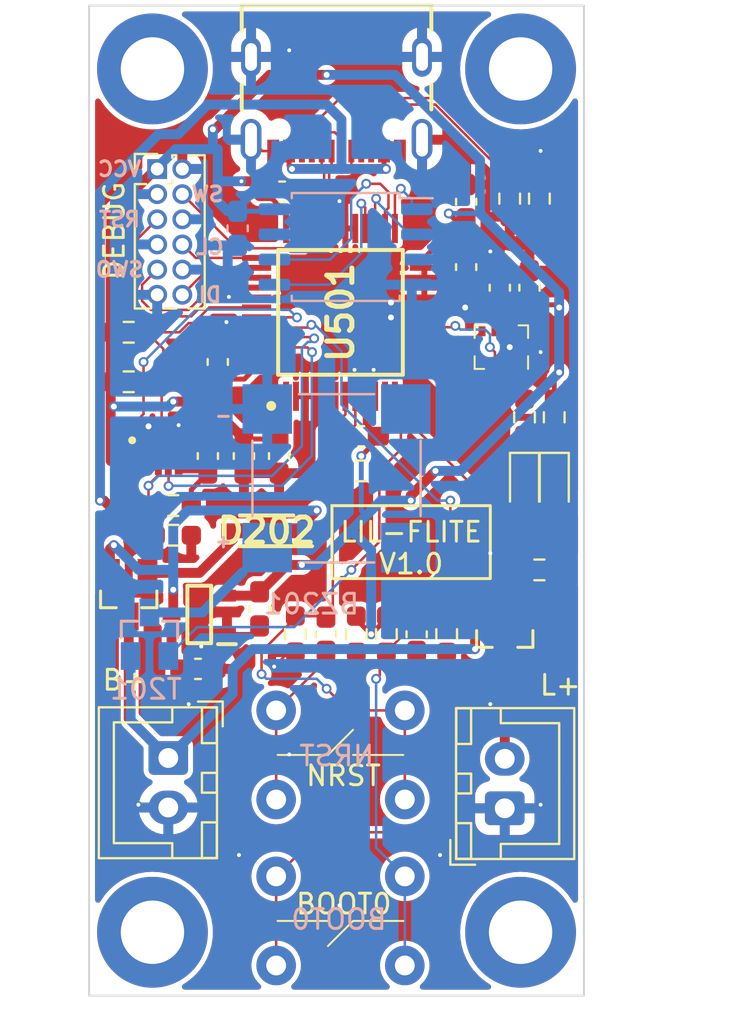
<source format=kicad_pcb>
(kicad_pcb (version 20221018) (generator pcbnew)
  (layers (0 "F.Cu" signal) (1 "In1.Cu" signal) (2 "In2.Cu" signal) (31 "B.Cu" signal) (34 "B.Paste" user) (35 "F.Paste" user) (36 "B.SilkS" user "B.Silkscreen") (37 "F.SilkS" user "F.Silkscreen") (38 "B.Mask" user) (39 "F.Mask" user) (44 "Edge.Cuts" user))
  (net 0 "")
  (net 1 "GND")
  (net 2 "VCC")
  (net 3 "+5V")
  (net 4 "/Connectors + Power/USB.CC1")
  (net 5 "/Connectors + Power/USB.Data_+")
  (net 6 "/Connectors + Power/USB.Data_-")
  (net 8 "/Connectors + Power/USB.CC2")
  (net 10 "+BATT")
  (net 11 "/Connectors + Power/RECOVERY_LED")
  (net 16 "Net-(C406--)")
  (net 17 "Net-(C409-+)")
  (net 18 "/MCU/FLASH.NSS")
  (net 19 "/MCU/FLASH.MISO")
  (net 20 "/MCU/FLASH.MOSI")
  (net 21 "/MCU/FLASH.SCK")
  (net 22 "/MCU/BMP.NSS")
  (net 23 "/MCU/BMP.SCK")
  (net 24 "/MCU/BMP.MISO")
  (net 25 "/MCU/BMP.MOSI")
  (net 26 "/MCU/IMU.SCL")
  (net 27 "/MCU/IMU.SDA")
  (net 28 "/Connectors + Power/JTAG.DOSWO")
  (net 29 "/Connectors + Power/JTAG.DI")
  (net 30 "/Connectors + Power/JTAG.NJTRST")
  (net 31 "/Connectors + Power/JTAG.CLK")
  (net 32 "/Connectors + Power/JTAG.MSSWDIO")
  (net 33 "Net-(BZ201--)")
  (net 35 "/MCU/IMU.INTA")
  (net 36 "/MCU/IMU.INTM")
  (net 37 "/MCU/MCU_BOOT0")
  (net 39 "/MCU/MCU_NRST")
  (net 40 "Net-(D201-K)")
  (net 41 "Net-(D501-K)")
  (net 42 "Net-(C202--)")
  (net 43 "/Connectors + Power/MISC.Buzzer_PWM")
  (net 44 "/Connectors + Power/MISC.RECOVERY_LED_PWM")
  (net 45 "/MCU/MCU_GPLED")
  (footprint "Resistor_SMD:R_0603_1608Metric_Pad0.98x0.95mm_HandSolder" (layer "F.Cu") (at 122.75 59.75 90)
    (fp_text reference "R206" hide)
    (fp_text value "5k1")
  )
  (footprint "Resistor_SMD:R_0603_1608Metric_Pad0.98x0.95mm_HandSolder" (layer "F.Cu") (at 113.75 73.5)
    (fp_text reference "R202" hide)
    (fp_text value "10k")
  )
  (footprint "Connector_PinHeader_1.27mm:PinHeader_2x06_P1.27mm_Vertical" (layer "F.Cu") (at 103.439 58.255)
    (fp_text reference "J204" hide)
    (fp_text value "Conn_02x06_Odd_Even")
  )
  (footprint "Resistor_SMD:R_0603_1608Metric_Pad0.98x0.95mm_HandSolder" (layer "F.Cu") (at 104.25 75.25)
    (fp_text reference "R303" hide)
    (fp_text value "4k7")
  )
  (footprint "Resistor_SMD:R_0603_1608Metric_Pad0.98x0.95mm_HandSolder" (layer "F.Cu") (at 110.41891 81.738795 -90)
    (fp_text reference "R406" hide)
    (fp_text value "10k")
  )
  (footprint "Capacitor_SMD:C_0603_1608Metric_Pad1.08x0.95mm_HandSolder" (layer "F.Cu") (at 106.5 68 -90)
    (fp_text reference "C403" hide)
    (fp_text value "100nF")
  )
  (footprint "Resistor_SMD:R_0603_1608Metric_Pad0.98x0.95mm_HandSolder" (layer "F.Cu") (at 123.5 70.794 90)
    (fp_text reference "R201" hide)
    (fp_text value "330R")
  )
  (footprint "Capacitor_SMD:C_0603_1608Metric_Pad1.08x0.95mm_HandSolder" (layer "F.Cu") (at 107.82 72.752 90)
    (fp_text reference "C408" hide)
    (fp_text value "10uF")
  )
  (footprint "Capacitor_SMD:C_0603_1608Metric_Pad1.08x0.95mm_HandSolder" (layer "F.Cu") (at 122.25 64.25 -90)
    (fp_text reference "C303" hide)
    (fp_text value "100nF")
  )
  (footprint "Capacitor_SMD:C_0603_1608Metric_Pad1.08x0.95mm_HandSolder" (layer "F.Cu") (at 109.598 72.752 90)
    (fp_text reference "C405" hide)
    (fp_text value "100nF")
  )
  (footprint "lil-flite:PTS645SM70-2 LFS" (layer "F.Cu") (at 112.7 87.846)
    (fp_text reference "SW401" hide)
    (fp_text value "PTS645SM70-2 LFS")
  )
  (footprint "Resistor_SMD:R_0603_1608Metric_Pad0.98x0.95mm_HandSolder" (layer "F.Cu") (at 118.065302 81.749256 90)
    (fp_text reference "R402" hide)
    (fp_text value "1k")
  )
  (footprint "Resistor_SMD:R_0603_1608Metric_Pad0.98x0.95mm_HandSolder" (layer "F.Cu") (at 102 69 180)
    (fp_text reference "R301" hide)
    (fp_text value "4k7")
  )
  (footprint "Connector_JST:JST_XH_B2B-XH-A_1x02_P2.50mm_Vertical" (layer "F.Cu") (at 121 90.54 90)
    (fp_text reference "J203" hide)
    (fp_text value "Conn_01x02")
  )
  (footprint "SamacSys_Parts:SOD3716X145N" (layer "F.Cu") (at 108.967 76.526 180)
    (fp_text reference "D202")
    (fp_text value "1N4148W-7-F" hide)
  )
  (footprint "Resistor_SMD:R_0603_1608Metric_Pad0.98x0.95mm_HandSolder" (layer "F.Cu") (at 104.25 76.75)
    (fp_text reference "R204" hide)
    (fp_text value "1k")
  )
  (footprint "MountingHole:MountingHole_3.2mm_M3_DIN965_Pad_TopBottom" (layer "F.Cu") (at 103.2 96.8)
    (fp_text reference "H204" hide)
    (fp_text value "MountingHole")
  )
  (footprint "Connector_JST:JST_XH_B2B-XH-A_1x02_P2.50mm_Vertical" (layer "F.Cu") (at 104 88 -90)
    (fp_text reference "J202" hide)
    (fp_text value "Conn_01x02")
  )
  (footprint "Resistor_SMD:R_0603_1608Metric_Pad0.98x0.95mm_HandSolder" (layer "F.Cu") (at 122 70.794 90)
    (fp_text reference "R407" hide)
    (fp_text value "330R")
  )
  (footprint "Package_LGA:Bosch_LGA-8_2x2.5mm_P0.65mm_ClockwisePinNumbering" (layer "F.Cu") (at 120.828 67.25 180)
    (fp_text reference "U301" hide)
    (fp_text value "BMP280")
  )
  (footprint "Resistor_SMD:R_0603_1608Metric_Pad0.98x0.95mm_HandSolder" (layer "F.Cu") (at 121.25 59.75 90)
    (fp_text reference "R205" hide)
    (fp_text value "5k1")
  )
  (footprint "LED_SMD:LED_0603_1608Metric_Pad1.05x0.95mm_HandSolder" (layer "F.Cu") (at 123.5 74.25 -90)
    (fp_text reference "D201" hide)
    (fp_text value "RED LED")
  )
  (footprint "Capacitor_SMD:C_0603_1608Metric_Pad1.08x0.95mm_HandSolder" (layer "F.Cu") (at 119.05 63.208 90)
    (fp_text reference "C401" hide)
    (fp_text value "100nF")
  )
  (footprint "JLC-Transistors:SOT23-3L" (layer "F.Cu") (at 102 79.75 90)
    (fp_text reference "T202" hide)
    (fp_text value "AO3401A")
  )
  (footprint "Capacitor_SMD:C_0603_1608Metric_Pad1.08x0.95mm_HandSolder" (layer "F.Cu") (at 108.612 80.468 90)
    (fp_text reference "C201" hide)
    (fp_text value "1uF")
  )
  (footprint "Capacitor_SMD:C_0603_1608Metric_Pad1.08x0.95mm_HandSolder" (layer "F.Cu") (at 105.5 83.5 180)
    (fp_text reference "C202" hide)
    (fp_text value "1uF")
  )
  (footprint "Resistor_SMD:R_0603_1608Metric_Pad0.98x0.95mm_HandSolder" (layer "F.Cu") (at 102 66.5 180)
    (fp_text reference "R302" hide)
    (fp_text value "4k7")
  )
  (footprint "Capacitor_SMD:C_0603_1608Metric_Pad1.08x0.95mm_HandSolder" (layer "F.Cu") (at 109.75 59.398 180)
    (fp_text reference "C404" hide)
    (fp_text value "100nF")
  )
  (footprint "Capacitor_SMD:C_0603_1608Metric_Pad1.08x0.95mm_HandSolder" (layer "F.Cu") (at 116.548576 81.749256 90)
    (fp_text reference "C409" hide)
    (fp_text value "100nF")
  )
  (footprint "MountingHole:MountingHole_3.2mm_M3_DIN965_Pad_TopBottom" (layer "F.Cu") (at 121.8 53.2)
    (fp_text reference "H201" hide)
    (fp_text value "MountingHole")
  )
  (footprint "MountingHole:MountingHole_3.2mm_M3_DIN965_Pad_TopBottom" (layer "F.Cu") (at 121.8 96.8)
    (fp_text reference "H203" hide)
    (fp_text value "MountingHole")
  )
  (footprint "Resistor_SMD:R_0603_1608Metric_Pad0.98x0.95mm_HandSolder" (layer "F.Cu") (at 115.017988 81.748424 -90)
    (fp_text reference "R405" hide)
    (fp_text value "10k")
  )
  (footprint "MountingHole:MountingHole_3.2mm_M3_DIN965_Pad_TopBottom" (layer "F.Cu") (at 103.2 53.2)
    (fp_text reference "H202" hide)
    (fp_text value "MountingHole")
  )
  (footprint "lil-flite:GCT_USB4105-GF-A" (layer "F.Cu") (at 112.5 52.594218 180)
    (fp_text reference "J201" hide)
    (fp_text value "USB4105-GF-A")
  )
  (footprint "Resistor_SMD:R_0603_1608Metric_Pad0.98x0.95mm_HandSolder" (layer "F.Cu") (at 122.75 78.5 180)
    (fp_text reference "R203" hide)
    (fp_text value "10k")
  )
  (footprint "LED_SMD:LED_0603_1608Metric_Pad1.05x0.95mm_HandSolder" (layer "F.Cu") (at 122 74.25 -90)
    (fp_text reference "D501" hide)
    (fp_text value "BLUE LED")
  )
  (footprint "Capacitor_SMD:C_0603_1608Metric_Pad1.08x0.95mm_HandSolder" (layer "F.Cu") (at 113.75 71.75)
    (fp_text reference "C402" hide)
    (fp_text value "100nF")
  )
  (footprint "Capacitor_SMD:C_0603_1608Metric_Pad1.08x0.95mm_HandSolder" (layer "F.Cu") (at 106 72.75 -90)
    (fp_text reference "C301" hide)
    (fp_text value "100nF")
  )
  (footprint "lil-flite:PTS645SM70-2 LFS" (layer "F.Cu") (at 112.7 96.228 180)
    (fp_text reference "SW402" hide)
    (fp_text value "PTS645SM70-2 LFS")
  )
  (footprint "lil-flite:PQFN50P200X200X100-12N" (layer "F.Cu") (at 103.75 72.75)
    (fp_text reference "U302" hide)
    (fp_text value "MC6470")
  )
  (footprint "JLC-Transistors:SOT23-3L" (layer "F.Cu") (at 121 81.75 90)
    (fp_text reference "T203" hide)
    (fp_text value "AO3401A")
  )
  (footprint "Capacitor_SMD:C_0603_1608Metric_Pad1.08x0.95mm_HandSolder" (layer "F.Cu") (at 120.75 64.25 -90)
    (fp_text reference "C302" hide)
    (fp_text value "100nF")
  )
  (footprint "lil-flite:QFP50P900X900X160-48N" (layer "F.Cu") (at 112.7 65.494 90)
    (fp_text reference "U501")
    (fp_text value "STM32F103C8T6" hide)
  )
  (footprint "lil-flite:SOT95P280X130-3N" (layer "F.Cu") (at 105.564 80.75 180)
    (fp_text reference "PS201" hide)
    (fp_text value "XC6206P332MR-G" hide)
  )
  (footprint "Resistor_SMD:R_0603_1608Metric_Pad0.98x0.95mm_HandSolder" (layer "F.Cu") (at 113.5 81.75 -90)
    (fp_text reference "R401" hide)
    (fp_text value "1k")
  )
  (footprint "Capacitor_SMD:C_0603_1608Metric_Pad1.08x0.95mm_HandSolder" (layer "F.Cu") (at 111.967848 81.748424 -90)
    (fp_text reference "C406" hide)
    (fp_text value "100nF")
  )
  (footprint "Capacitor_SMD:C_0603_1608Metric_Pad1.08x0.95mm_HandSolder" (layer "F.Cu") (at 119.05 59.906 -90)
    (fp_text reference "C407" hide)
    (fp_text value "1uF")
  )
  (footprint "Capacitor_SMD:C_0603_1608Metric_Pad1.08x0.95mm_HandSolder" (layer "B.Cu") (at 107.503 61.25 90)
    (fp_text reference "C410" hide)
    (fp_text value "100nF")
  )
  (footprint "lil-flite:XDCR_CMT-8504-100-SMT-TR" (layer "B.Cu") (at 112.5 73.876)
    (fp_text reference "BZ201")
    (fp_text value "CMT-8504-100-SMT-TR")
  )
  (footprint "Package_SO:SOIC-8_5.23x5.23mm_P1.27mm" (layer "B.Cu") (at 112.964 62.192 180)
    (fp_text reference "U401" hide)
    (fp_text value "W25Q128JVSIQ")
  )
  (footprint "JLC-Transistors:SOT23-3L" (layer "B.Cu") (at 103.048 81.75 -90)
    (fp_text reference "T201")
    (fp_text value "AO3401A")
  )
  (gr_rect (start 100 50) (end 125 100) (stroke (width 0.1)) (fill none) (layer "Edge.Cuts"))
  (gr_text "SWO" (at 101.534 63.335) (layer "B.SilkS") (effects (font (size 0.75 0.75) (thickness 0.16) bold) (justify mirror)))
  (gr_text "BOOT0" (at 115.123 96.736) (layer "B.SilkS") (effects (font (size 1 1)) (justify left bottom mirror)))
  (gr_text "VCC" (at 101.534 58.255) (layer "B.SilkS") (effects (font (size 0.75 0.75) (thickness 0.16) bold) (justify mirror)))
  (gr_text "SW" (at 105.979 59.525) (layer "B.SilkS") (effects (font (size 0.75 0.75) (thickness 0.16) bold) (justify mirror)))
  (gr_text "DI" (at 106.106 64.605) (layer "B.SilkS") (effects (font (size 0.75 0.75) (thickness 0.16) bold) (justify mirror)))
  (gr_text "CL" (at 106.106 62.192) (layer "B.SilkS") (effects (font (size 0.75 0.75) (thickness 0.16) bold) (justify mirror)))
  (gr_text "NRST" (at 114.488 88.481) (layer "B.SilkS") (effects (font (size 1 1)) (justify left bottom mirror)))
  (gr_text "RST" (at 101.534 60.795) (layer "B.SilkS") (effects (font (size 0.75 0.75) (thickness 0.16) bold) (justify mirror)))
  (gr_text "NRST" (at 110.872 89.48) (layer "F.SilkS") (effects (font (size 1 1)) (justify left bottom)))
  (gr_text "B+" (at 100.585 84.654) (layer "F.SilkS") (effects (font (size 1 1)) (justify left bottom)))
  (gr_text "DEBUG" (at 101.855 63.953 90) (layer "F.SilkS") (effects (font (size 1 1)) (justify left bottom)))
  (gr_text "BOOT0" (at 110.364 95.957) (layer "F.SilkS") (effects (font (size 1 1)) (justify left bottom)))
  (gr_text "L+" (at 122.683 84.908) (layer "F.SilkS") (effects (font (size 1 1)) (justify left bottom)))
  (gr_text_box "LIL-FLITE\nV1.0" (start 112.269 75.256) (end 120.27 78.939) (layer "F.SilkS") (effects (font (size 1 1)) (justify top)) (stroke (width 0.15)))
  (segment (start 115.506 64.744) (end 116.938 64.744) (width 0.127) (layer "F.Cu") (net 1))
  (segment (start 113.45 69.732) (end 113.45 71.1875) (width 0.127) (layer "F.Cu") (net 1))
  (segment (start 113.45 69.732) (end 113.45 68.436) (width 0.127) (layer "F.Cu") (net 1))
  (segment (start 116.938 63.744) (end 118.7235 63.744) (width 0.127) (layer "F.Cu") (net 1))
  (segment (start 109.3 58.0855) (end 110.6125 59.398) (width 0.127) (layer "F.Cu") (net 1))
  (segment (start 110.45 61.256) (end 110.45 59.5605) (width 0.127) (layer "F.Cu") (net 1))
  (segment (start 115.25 65) (end 116.006 64.244) (width 0.127) (layer "F.Cu") (net 1))
  (segment (start 106 71.8875) (end 105.2175 71.8875) (width 0.127) (layer "F.Cu") (net 1))
  (segment (start 115.756 65.244) (end 116.938 65.244) (width 0.127) (layer "F.Cu") (net 1))
  (segment (start 116.938 63.244) (end 118.2235 63.244) (width 0.127) (layer "F.Cu") (net 1))
  (segment (start 106.964 81.7) (end 106.333 81.7) (width 0.127) (layer "F.Cu") (net 1))
  (segment (start 106.935 65.985) (end 106.5 66.42) (width 0.127) (layer "F.Cu") (net 1))
  (segment (start 121.803 67.803) (end 121.25 67.25) (width 0.127) (layer "F.Cu") (net 1))
  (segment (start 119.05 64.0705) (end 119.05 65.2) (width 0.127) (layer "F.Cu") (net 1))
  (segment (start 106.5 67.1375) (end 107.1065 67.744) (width 0.127) (layer "F.Cu") (net 1))
  (segment (start 110.080705 82.651295) (end 109.348 83.384) (width 0.127) (layer "F.Cu") (net 1))
  (segment (start 108.462 64.744) (end 107.091 64.744) (width 0.127) (layer "F.Cu") (net 1))
  (segment (start 121.803 68.05) (end 121.803 67.803) (width 0.127) (layer "F.Cu") (net 1))
  (segment (start 106.3625 83.5) (end 106.964 82.8985) (width 0.127) (layer "F.Cu") (net 1))
  (segment (start 106.333 81.7) (end 105.665 82.368) (width 0.127) (layer "F.Cu") (net 1))
  (segment (start 114.45 68.472502) (end 114.375498 68.398) (width 0.127) (layer "F.Cu") (net 1))
  (segment (start 106.964 82.8985) (end 106.964 81.7) (width 0.127) (layer "F.Cu") (net 1))
  (segment (start 108.2425 81.7) (end 108.612 81.3305) (width 0.127) (layer "F.Cu") (net 1))
  (segment (start 105.3875 72.5) (end 106 71.8875) (width 0.127) (layer "F.Cu") (net 1))
  (segment (start 114.45 69.732) (end 114.45 68.472502) (width 0.127) (layer "F.Cu") (net 1))
  (segment (start 110.45 59.5605) (end 110.6125 59.398) (width 0.127) (layer "F.Cu") (net 1))
  (segment (start 121.153 66.45) (end 121.153 67.153) (width 0.127) (layer "F.Cu") (net 1))
  (segment (start 119.05 65.2) (end 119 65.25) (width 0.127) (layer "F.Cu") (net 1))
  (segment (start 118.2235 63.244) (end 119.05 64.0705) (width 0.127) (layer "F.Cu") (net 1))
  (segment (start 104.515 72.5) (end 105.3875 72.5) (width 0.127) (layer "F.Cu") (net 1))
  (segment (start 115.256 65.744) (end 116.938 65.744) (width 0.127) (layer "F.Cu") (net 1))
  (segment (start 110.41891 82.651295) (end 110.080705 82.651295) (width 0.127) (layer "F.Cu") (net 1))
  (segment (start 118.7235 63.744) (end 119.05 64.0705) (width 0.127) (layer "F.Cu") (net 1))
  (segment (start 106.964 81.7) (end 108.2425 81.7) (width 0.127) (layer "F.Cu") (net 1))
  (segment (start 121.153 67.153) (end 121.25 67.25) (width 0.127) (layer "F.Cu") (net 1))
  (segment (start 102.975 72) (end 102.975 71.275) (width 0.127) (layer "F.Cu") (net 1))
  (segment (start 115.25 65.75) (end 115.256 65.744) (width 0.127) (layer "F.Cu") (net 1))
  (segment (start 107.091 64.744) (end 107.062 64.715) (width 0.127) (layer "F.Cu") (net 1))
  (segment (start 108.755 57.349218) (end 108.18 56.774218) (width 0.127) (layer "F.Cu") (net 1))
  (segment (start 109.3 57.349218) (end 109.3 58.0855) (width 0.127) (layer "F.Cu") (net 1))
  (segment (start 107.1065 67.744) (end 108.462 67.744) (width 0.127) (layer "F.Cu") (net 1))
  (segment (start 109.3 57.349218) (end 108.755 57.349218) (width 0.127) (layer "F.Cu") (net 1))
  (segment (start 115.25 65) (end 115.506 64.744) (width 0.127) (layer "F.Cu") (net 1))
  (segment (start 106.5 66.42) (end 106.5 67.1375) (width 0.127) (layer "F.Cu") (net 1))
  (segment (start 113.45 68.436) (end 113.412 68.398) (width 0.127) (layer "F.Cu") (net 1))
  (segment (start 116.006 64.244) (end 116.938 64.244) (width 0.127) (layer "F.Cu") (net 1))
  (segment (start 115.25 65.75) (end 115.756 65.244) (width 0.127) (layer "F.Cu") (net 1))
  (segment (start 105.2175 71.8875) (end 104.522 71.192) (width 0.127) (layer "F.Cu") (net 1))
  (segment (start 102.975 71.275) (end 103 71.25) (width 0.127) (layer "F.Cu") (net 1))
  (segment (start 113.45 71.1875) (end 112.8875 71.75) (width 0.127) (layer "F.Cu") (net 1))
  (via (at 120.27 77.659218) (size 0.35) (drill 0.2) (layers "F.Cu" "B.Cu") (net 1))
  (via (at 110.11 52.259218) (size 0.35) (drill 0.2) (layers "F.Cu" "B.Cu") (net 1))
  (via (at 112.65 59.879218) (size 0.35) (drill 0.2) (layers "F.Cu" "B.Cu") (net 1))
  (via (at 122.81 57.339218) (size 0.35) (drill 0.2) (layers "F.Cu" "B.Cu") (net 1))
  (via (at 106.935 65.985) (size 0.35) (drill 0.2) (layers "F.Cu" "B.Cu") (net 1))
  (via (at 115.25 65) (size 0.5) (drill 0.3) (layers "F.Cu" "B.Cu") (net 1))
  (via (at 107.062 64.715) (size 0.35) (drill 0.2) (layers "F.Cu" "B.Cu") (net 1))
  (via (at 102.49 90.359218) (size 0.35) (drill 0.2) (layers "F.Cu" "B.Cu") (net 1))
  (via (at 104.522 71.192) (size 0.35) (drill 0.2) (layers "F.Cu" "B.Cu") (net 1))
  (via (at 117.73 92.899218) (size 0.35) (drill 0.2) (layers "F.Cu" "B.Cu") (net 1))
  (via (at 120.27 85.279218) (size 0.35) (drill 0.2) (layers "F.Cu" "B.Cu") (net 1))
  (via (at 122.81 67.499218) (size 0.35) (drill 0.2) (layers "F.Cu" "B.Cu") (net 1))
  (via (at 105.03 85.279218) (size 0.35) (drill 0.2) (layers "F.Cu" "B.Cu") (net 1))
  (via (at 114.375498 68.398) (size 0.35) (drill 0.2) (layers "F.Cu" "B.Cu") (net 1))
  (via (at 112.65 95.439218) (size 0.35) (drill 0.2) (layers "F.Cu" "B.Cu") (net 1))
  (via (at 103 71.25) (size 0.5) (drill 0.3) (layers "F.Cu" "B.Cu") (net 1))
  (via (at 110.11 87.819218) (size 0.35) (drill 0.2) (layers "F.Cu" "B.Cu") (net 1))
  (via (at 113.412 68.398) (size 0.35) (drill 0.2) (layers "F.Cu" "B.Cu") (net 1))
  (via (at 107.57 92.899218) (size 0.35) (drill 0.2) (layers "F.Cu" "B.Cu") (net 1))
  (via (at 122.81 90.359218) (size 0.35) (drill 0.2) (layers "F.Cu" "B.Cu") (net 1))
  (via (at 105.665 82.368) (size 0.35) (drill 0.2) (layers "F.Cu" "B.Cu") (net 1))
  (via (at 115.25 65.75) (size 0.5) (drill 0.3) (layers "F.Cu" "B.Cu") (net 1))
  (via (at 120.27 62.419218) (size 0.35) (drill 0.2) (layers "F.Cu" "B.Cu") (net 1))
  (via (at 119 65.25) (size 0.5) (drill 0.3) (layers "F.Cu" "B.Cu") (net 1))
  (via (at 109.348 83.384) (size 0.35) (drill 0.2) (layers "F.Cu" "B.Cu") (net 1))
  (via (at 121.25 67.25) (size 0.5) (drill 0.3) (layers "F.Cu" "B.Cu") (net 1))
  (segment (start 122.25 65.1125) (end 123.6125 65.1125) (width 0.25) (layer "F.Cu") (net 2))
  (segment (start 106 73.6125) (end 107.723 71.8895) (width 0.25) (layer "F.Cu") (net 2))
  (segment (start 106.25 56.25) (end 106.367721 56.25) (width 0.5) (layer "F.Cu") (net 2))
  (segment (start 101.0875 60.532997) (end 101.0875 66.5) (width 0.5) (layer "F.Cu") (net 2))
  (segment (start 110 78.25) (end 110.75 78.25) (width 0.5) (layer "F.Cu") (net 2))
  (segment (start 122.25 66.003) (end 121.803 66.45) (width 0.25) (layer "F.Cu") (net 2))
  (segment (start 107.8435 68.8625) (end 108.462 68.244) (width 0.25) (layer "F.Cu") (net 2))
  (segment (start 113.5 81) (end 114.25 81.75) (width 0.25) (layer "F.Cu") (net 2))
  (segment (start 101.0875 70.25) (end 101.2495 70.25) (width 0.5) (layer "F.Cu") (net 2))
  (segment (start 103.439 58.255) (end 103.365497 58.255) (width 0.5) (layer "F.Cu") (net 2))
  (segment (start 105.1625 75.25) (end 105.1625 74.45) (width 0.25) (layer "F.Cu") (net 2))
  (segment (start 103.365497 58.255) (end 101.0875 60.532997) (width 0.5) (layer "F.Cu") (net 2))
  (segment (start 113.95 71.0875) (end 114.6125 71.75) (width 0.25) (layer "F.Cu") (net 2))
  (segment (start 120.503 65.3595) (end 120.503 66.45) (width 0.25) (layer "F.Cu") (net 2))
  (segment (start 123.6125 65.1125) (end 123.75 65.25) (width 0.25) (layer "F.Cu") (net 2))
  (segment (start 105.1625 74.45) (end 106 73.6125) (width 0.25) (layer "F.Cu") (net 2))
  (segment (start 119.05 60.7685) (end 118.9135 60.7685) (width 0.25) (layer "F.Cu") (net 2))
  (segment (start 109.95 71.5375) (end 109.598 71.8895) (width 0.25) (layer "F.Cu") (net 2))
  (segment (start 113.95 69.732) (end 113.95 71.0875) (width 0.25) (layer "F.Cu") (net 2))
  (segment (start 101.0875 66.5) (end 101.0875 69) (width 0.5) (layer "F.Cu") (net 2))
  (segment (start 115 80.8375) (end 115 81) (width 0.25) (layer "F.Cu") (net 2))
  (segment (start 108.612 79.6055) (end 108.6445 79.6055) (width 0.5) (layer "F.Cu") (net 2))
  (segment (start 118.171 60.5) (end 118.4395 60.7685) (width 0.25) (layer "F.Cu") (net 2))
  (segment (start 106.964 79.8) (end 108.4175 79.8) (width 0.5) (layer "F.Cu") (net 2))
  (segment (start 119.05 62.3455) (end 117.3365 62.3455) (width 0.25) (layer "F.Cu") (net 2))
  (segment (start 108.3625 58.873) (end 108.8875 59.398) (width 0.5) (layer "F.Cu") (net 2))
  (segment (start 116.25 74.75) (end 117.5 73.5) (width 0.5) (layer "F.Cu") (net 2))
  (segment (start 109.95 60.4605) (end 108.8875 59.398) (width 0.25) (layer "F.Cu") (net 2))
  (segment (start 105.3625 70) (end 105.9305 70) (width 0.5) (layer "F.Cu") (net 2))
  (segment (start 109.117721 53.5) (end 112 53.5) (width 0.5) (layer "F.Cu") (net 2))
  (segment (start 122.25 65.1125) (end 122.25 66.003) (width 0.25) (layer "F.Cu") (net 2))
  (segment (start 108.6445 79.6055) (end 110 78.25) (width 0.5) (layer "F.Cu") (net 2))
  (segment (start 113.5 80.8375) (end 113.5 81) (width 0.25) (layer "F.Cu") (net 2))
  (segment (start 123.5 68.776) (end 123.75 68.526) (width 0.25) (layer "F.Cu") (net 2))
  (segment (start 106.367721 56.25) (end 109.117721 53.5) (width 0.5) (layer "F.Cu") (net 2))
  (segment (start 118.9135 60.7685) (end 116.938 62.744) (width 0.25) (layer "F.Cu") (net 2))
  (segment (start 107.697 58.873) (end 108.3625 58.873) (width 0.5) (layer "F.Cu") (net 2))
  (segment (start 108.4175 79.8) (end 108.612 79.6055) (width 0.5) (layer "F.Cu") (net 2))
  (segment (start 109.95 61.256) (end 109.95 60.4605) (width 0.25) (layer "F.Cu") (net 2))
  (segment (start 120.75 65.1125) (end 120.503 65.3595) (width 0.25) (layer "F.Cu") (net 2))
  (segment (start 106.5 68.8625) (end 107.8435 68.8625) (width 0.25) (layer "F.Cu") (net 2))
  (segment (start 104.25 70) (end 105.3625 70) (width 0.5) (layer "F.Cu") (net 2))
  (segment (start 109.95 69.732) (end 109.95 71.5375) (width 0.25) (layer "F.Cu") (net 2))
  (segment (start 105.3625 70) (end 106.5 68.8625) (width 0.5) (layer "F.Cu") (net 2))
  (segment (start 107.82 71.8895) (end 109.598 71.8895) (width 0.25) (layer "F.Cu") (net 2))
  (segment (start 118.4395 60.7685) (end 119.05 60.7685) (width 0.25) (layer "F.Cu") (net 2))
  (segment (start 115 81) (end 114.25 81.75) (width 0.25) (layer "F.Cu") (net 2))
  (segment (start 101.0875 70.25) (end 101.0875 73) (width 0.5) (layer "F.Cu") (net 2))
  (segment (start 123.5 69.8815) (end 123.5 68.776) (width 0.25) (layer "F.Cu") (net 2))
  (segment (start 113.75 72.75) (end 114.6125 71.8875) (width 0.25) (layer "F.Cu") (net 2))
  (segment (start 114.6125 71.8875) (end 114.6125 71.75) (width 0.25) (layer "F.Cu") (net 2))
  (segment (start 105.8875 73.5) (end 106 73.6125) (width 0.25) (layer "F.Cu") (net 2))
  (segment (start 107.723 71.8895) (end 107.82 71.8895) (width 0.25) (layer "F.Cu") (net 2))
  (segment (start 117.3365 62.3455) (end 116.938 62.744) (width 0.25) (layer "F.Cu") (net 2))
  (segment (start 102.985 73) (end 101.0875 73) (width 0.127) (layer "F.Cu") (net 2))
  (segment (start 105.9305 70) (end 107.82 71.8895) (width 0.5) (layer "F.Cu") (net 2))
  (segment (start 101.0875 69) (end 101.0875 70.25) (width 0.5) (layer "F.Cu") (net 2))
  (segment (start 120.75 65.1125) (end 122.25 65.1125) (width 0.25) (layer "F.Cu") (net 2))
  (segment (start 104.525 73.5) (end 105.8875 73.5) (width 0.25) (layer "F.Cu") (net 2))
  (segment (start 116.25 75) (end 116.25 74.75) (width 0.5) (layer "F.Cu") (net 2))
  (via (at 113.75 72.75) (size 0.5) (drill 0.3) (layers "F.Cu" "B.Cu") (net 2))
  (via (at 112 53.5) (size 0.5) (drill 0.3) (layers "F.Cu" "B.Cu") (net 2))
  (via (at 107.697 58.873) (size 0.35) (drill 0.2) (layers "F.Cu" "B.Cu") (net 2))
  (via (at 104.25 70) (size 0.5) (drill 0.3) (layers "F.Cu" "B.Cu") (net 2))
  (via (at 117.5 73.5) (size 0.5) (drill 0.3) (layers "F.Cu" "B.Cu") (net 2))
  (via (at 118.171 60.5) (size 0.5) (drill 0.3) (layers "F.Cu" "B.Cu") (net 2))
  (via (at 123.75 65.25) (size 0.5) (drill 0.3) (layers "F.Cu" "B.Cu") (net 2))
  (via (at 116.25 75) (size 0.5) (drill 0.3) (layers "F.Cu" "B.Cu") (net 2))
  (via (at 114.25 81.75) (size 0.5) (drill 0.3) (layers "F.Cu" "B.Cu") (net 2))
  (via (at 106.25 56.25) (size 0.5) (drill 0.3) (layers "F.Cu" "B.Cu") (net 2))
  (via (at 110.75 78.25) (size 0.5) (drill 0.3) (layers "F.Cu" "B.Cu") (net 2))
  (via (at 123.75 68.526) (size 0.5) (drill 0.3) (layers "F.Cu" "B.Cu") (net 2))
  (via (at 101.2495 70.25) (size 0.5) (drill 0.3) (layers "F.Cu" "B.Cu") (net 2))
  (segment (start 113.75 72.75) (end 113.75 75.5) (width 0.25) (layer "B.Cu") (net 2))
  (segment (start 114.25 81.75) (end 114.25 77.5) (width 0.5) (layer "B.Cu") (net 2))
  (segment (start 114.25 77.5) (end 113.25 76.5) (width 0.5) (layer "B.Cu") (net 2))
  (segment (start 104 70.25) (end 104.25 70) (width 0.5) (layer "B.Cu") (net 2))
  (segment (start 123.75 65.25) (end 123.75 64.5) (width 0.5) (layer "B.Cu") (net 2))
  (segment (start 118.776 73.5) (end 123.75 68.526) (width 0.5) (layer "B.Cu") (net 2))
  (segment (start 106.25 57.25) (end 104.370497 57.25) (width 0.5) (layer "B.Cu") (net 2))
  (segment (start 107 60.3875) (end 108.9995 60.3875) (width 0.25) (layer "B.Cu") (net 2))
  (segment (start 101.2495 70.25) (end 104 70.25) (width 0.5) (layer "B.Cu") (net 2))
  (segment (start 119.75 57.80036) (end 119.75 58.5) (width 0.5) (layer "B.Cu") (net 2))
  (segment (start 108.9995 60.3875) (end 109.1 60.287) (width 0.25) (layer "B.Cu") (net 2))
  (segment (start 113.25 76.5) (end 114.75 75) (width 0.5) (layer "B.Cu") (net 2))
  (segment (start 115.44964 53.5) (end 119.75 57.80036) (width 0.5) (layer "B.Cu") (net 2))
  (segment (start 120.5 61.25) (end 119.75 60.5) (width 0.5) (layer "B.Cu") (net 2))
  (segment (start 113.25 76.5) (end 114 75.75) (width 0.5) (layer "B.Cu") (net 2))
  (segment (start 112 53.5) (end 115.44964 53.5) (width 0.5) (layer "B.Cu") (net 2))
  (segment (start 114.75 75) (end 116.25 75) (width 0.5) (layer "B.Cu") (net 2))
  (segment (start 106.5 58.873) (end 107.697 58.873) (width 0.5) (layer "B.Cu") (net 2))
  (segment (start 113.75 75.5) (end 114 75.75) (width 0.25) (layer "B.Cu") (net 2))
  (segment (start 106.25 57.25) (end 106.25 56.25) (width 0.5) (layer "B.Cu") (net 2))
  (segment (start 123.75 64.5) (end 120.5 61.25) (width 0.5) (layer "B.Cu") (net 2))
  (segment (start 106.5 59.8875) (end 106.5 58.873) (width 0.5) (layer "B.Cu") (net 2))
  (segment (start 111.5 78.25) (end 113.25 76.5) (width 0.5) (layer "B.Cu") (net 2))
  (segment (start 119.75 60.5) (end 119.75 58.5) (width 0.5) (layer "B.Cu") (net 2))
  (segment (start 104.370497 57.25) (end 103.439 58.181497) (width 0.5) (layer "B.Cu") (net 2))
  (segment (start 117.5 73.5) (end 118.776 73.5) (width 0.5) (layer "B.Cu") (net 2))
  (segment (start 106.5 57.25) (end 106.25 57.25) (width 0.5) (layer "B.Cu") (net 2))
  (segment (start 103.439 58.181497) (end 103.439 58.255) (width 0.5) (layer "B.Cu") (net 2))
  (segment (start 110.75 78.25) (end 111.5 78.25) (width 0.5) (layer "B.Cu") (net 2))
  (segment (start 106.5 58.873) (end 106.5 57.25) (width 0.5) (layer "B.Cu") (net 2))
  (segment (start 107 60.3875) (end 106.5 59.8875) (width 0.5) (layer "B.Cu") (net 2))
  (segment (start 123.75 68.526) (end 123.75 65.25) (width 0.5) (layer "B.Cu") (net 2))
  (segment (start 118.171 60.5) (end 119.75 60.5) (width 0.25) (layer "B.Cu") (net 2))
  (segment (start 100.75 75) (end 102.5 76.75) (width 0.5) (layer "F.Cu") (net 3))
  (segment (start 102.95 77.1375) (end 103.3375 76.75) (width 0.127) (layer "F.Cu") (net 3))
  (segment (start 110.1 57.349218) (end 110.1 58.1) (width 0.25) (layer "F.Cu") (net 3))
  (segment (start 114.9 57.349218) (end 114.9 58.15) (width 0.25) (layer "F.Cu") (net 3))
  (segment (start 107.267 76.526) (end 107.267 76.956) (width 0.5) (layer "F.Cu") (net 3))
  (segment (start 105.573 78.65) (end 102.95 78.65) (width 0.5) (layer "F.Cu") (net 3))
  (segment (start 100.55 75) (end 100.75 75) (width 0.5) (layer "F.Cu") (net 3))
  (segment (start 110.1 58.1) (end 110.25 58.25) (width 0.25) (layer "F.Cu") (net 3))
  (segment (start 107.648 76.526) (end 107.267 76.526) (width 0.5) (layer "F.Cu") (net 3))
  (segment (start 102.95 78.65) (end 102.95 76.95) (width 0.5) (layer "F.Cu") (net 3))
  (segment (start 102.75 76.75) (end 103.3375 76.75) (width 0.5) (layer "F.Cu") (net 3))
  (segment (start 102.5 76.75) (end 102.75 76.75) (width 0.5) (layer "F.Cu") (net 3))
  (segment (start 114.9 58.15) (end 115 58.25) (width 0.25) (layer "F.Cu") (net 3))
  (segment (start 103.3375 76.75) (end 103.0875 76.75) (width 0.127) (layer "F.Cu") (net 3))
  (segment (start 107.267 76.956) (end 105.573 78.65) (width 0.5) (layer "F.Cu") (net 3))
  (segment (start 102.95 76.95) (end 102.75 76.75) (width 0.5) (layer "F.Cu") (net 3))
  (via (at 110.25 58.25) (size 0.5) (drill 0.3) (layers "F.Cu" "B.Cu") (net 3))
  (via (at 115 58.25) (size 0.5) (drill 0.3) (layers "F.Cu" "B.Cu") (net 3))
  (via (at 100.55 75) (size 0.5) (drill 0.3) (layers "F.Cu" "B.Cu") (net 3))
  (segment (start 100.55 59.45) (end 100.55 75) (width 0.5) (layer "B.Cu") (net 3))
  (segment (start 103.5 56.5) (end 100.55 59.45) (width 0.5) (layer "B.Cu") (net 3))
  (segment (start 112 55) (end 105.996195 55) (width 0.5) (layer "B.Cu") (net 3))
  (segment (start 105.996195 55) (end 104.496195 56.5) (width 0.5) (layer "B.Cu") (net 3))
  (segment (start 110.25 58.25) (end 112.75 58.25) (width 0.5) (layer "B.Cu") (net 3))
  (segment (start 112.75 55.75) (end 112 55) (width 0.5) (layer "B.Cu") (net 3))
  (segment (start 112.75 58.25) (end 115 58.25) (width 0.5) (layer "B.Cu") (net 3))
  (segment (start 112.75 58.25) (end 112.75 55.75) (width 0.5) (layer "B.Cu") (net 3))
  (segment (start 104.496195 56.5) (end 103.5 56.5) (width 0.5) (layer "B.Cu") (net 3))
  (segment (start 121.25 58.75) (end 121.25 58.8375) (width 0.127) (layer "F.Cu") (net 4))
  (segment (start 117.5 55) (end 121.25 58.75) (width 0.127) (layer "F.Cu") (net 4))
  (segment (start 113.75 55.5) (end 114.25 55) (width 0.127) (layer "F.Cu") (net 4))
  (segment (start 114.25 55) (end 117.5 55) (width 0.127) (layer "F.Cu") (net 4))
  (segment (start 113.75 57.349218) (end 113.75 55.5) (width 0.127) (layer "F.Cu") (net 4))
  (segment (start 111.573 60.026749) (end 111.573 59.191698) (width 0.127) (layer "F.Cu") (net 5))
  (segment (start 111.75 56.647218) (end 111.997218 56.4) (width 0.127) (layer "F.Cu") (net 5))
  (segment (start 111.873 58.891698) (end 111.873 58.334719) (width 0.127) (layer "F.Cu") (net 5))
  (segment (start 111.45 60.149749) (end 111.573 60.026749) (width 0.127) (layer "F.Cu") (net 5))
  (segment (start 112.75 56.743218) (end 112.75 57.349218) (width 0.127) (layer "F.Cu") (net 5))
  (segment (start 111.45 61.256) (end 111.45 60.149749) (width 0.127) (layer "F.Cu") (net 5))
  (segment (start 111.75 57.349218) (end 111.75 56.647218) (width 0.127) (layer "F.Cu") (net 5))
  (segment (start 111.997218 56.4) (end 112.406782 56.4) (width 0.127) (layer "F.Cu") (net 5))
  (segment (start 112.406782 56.4) (end 112.75 56.743218) (width 0.127) (layer "F.Cu") (net 5))
  (segment (start 111.75 58.211719) (end 111.75 57.349218) (width 0.127) (layer "F.Cu") (net 5))
  (segment (start 111.573 59.191698) (end 111.873 58.891698) (width 0.127) (layer "F.Cu") (net 5))
  (segment (start 111.873 58.334719) (end 111.75 58.211719) (width 0.127) (layer "F.Cu") (net 5))
  (segment (start 111.95 60.6685) (end 111.925 60.6435) (width 0.2) (layer "F.Cu") (net 6))
  (segment (start 112.127 58.334719) (end 112.25 58.211719) (width 0.127) (layer "F.Cu") (net 6))
  (segment (start 111.95 60.149749) (end 111.827 60.026749) (width 0.127) (layer "F.Cu") (net 6))
  (segment (start 111.827 59.29691) (end 112.127 58.99691) (width 0.127) (layer "F.Cu") (net 6))
  (segment (start 111.827 60.026749) (end 111.827 59.29691) (width 0.127) (layer "F.Cu") (net 6))
  (segment (start 111.95 61.256) (end 111.95 60.149749) (width 0.127) (layer "F.Cu") (net 6))
  (segment (start 113.046218 58.255) (end 113.25 58.051218) (width 0.127) (layer "F.Cu") (net 6))
  (segment (start 112.127 58.99691) (end 112.127 58.334719) (width 0.127) (layer "F.Cu") (net 6))
  (segment (start 112.453782 58.255) (end 113.046218 58.255) (width 0.127) (layer "F.Cu") (net 6))
  (segment (start 112.25 58.211719) (end 112.25 57.349218) (width 0.127) (layer "F.Cu") (net 6))
  (segment (start 112.25 58.051218) (end 112.453782 58.255) (width 0.127) (layer "F.Cu") (net 6))
  (segment (start 113.25 58.051218) (end 113.25 57.349218) (width 0.127) (layer "F.Cu") (net 6))
  (segment (start 112.25 57.349218) (end 112.25 58.051218) (width 0.127) (layer "F.Cu") (net 6))
  (segment (start 110.75 57.349218) (end 110.75 56.597218) (width 0.127) (layer "F.Cu") (net 8))
  (segment (start 117.923 54.673) (end 120.5 57.25) (width 0.127) (layer "F.Cu") (net 8))
  (segment (start 121.1625 57.25) (end 122.75 58.8375) (width 0.127) (layer "F.Cu") (net 8))
  (segment (start 110.75 56.597218) (end 112.674218 54.673) (width 0.127) (layer "F.Cu") (net 8))
  (segment (start 120.5 57.25) (end 121.1625 57.25) (width 0.127) (layer "F.Cu") (net 8))
  (segment (start 112.674218 54.673) (end 117.923 54.673) (width 0.127) (layer "F.Cu") (net 8))
  (segment (start 102 86) (end 104 88) (width 0.5) (layer "F.Cu") (net 10))
  (segment (start 119.5 81.2) (end 120.05 80.65) (width 0.5) (layer "F.Cu") (net 10))
  (segment (start 102 80.85) (end 102 86) (width 0.5) (layer "F.Cu") (net 10))
  (segment (start 119.5 82.5) (end 119.5 81.2) (width 0.5) (layer "F.Cu") (net 10))
  (via (at 119.5 82.5) (size 0.5) (drill 0.3) (layers "F.Cu" "B.Cu") (net 10))
  (segment (start 107.25 84.75) (end 107.25 83.5) (width 0.5) (layer "B.Cu") (net 10))
  (segment (start 102.098 82.85) (end 102.098 86.098) (width 0.5) (layer "B.Cu") (net 10))
  (segment (start 104 88) (end 107.25 84.75) (width 0.5) (layer "B.Cu") (net 10))
  (segment (start 108.25 82.5) (end 119.5 82.5) (width 0.5) (layer "B.Cu") (net 10))
  (segment (start 107.25 83.5) (end 108.25 82.5) (width 0.5) (layer "B.Cu") (net 10))
  (segment (start 102.098 86.098) (end 104 88) (width 0.5) (layer "B.Cu") (net 10))
  (segment (start 121 88.04) (end 121 82.85) (width 0.5) (layer "F.Cu") (net 11))
  (segment (start 112 82.6125) (end 112 83.046) (width 0.127) (layer "F.Cu") (net 16))
  (segment (start 113.45 82.6125) (end 113.5 82.6625) (width 0.127) (layer "F.Cu") (net 16))
  (segment (start 109.45 85.596) (end 109.45 90.096) (width 0.127) (layer "F.Cu") (net 16))
  (segment (start 112 82.6125) (end 113.45 82.6125) (width 0.127) (layer "F.Cu") (net 16))
  (segment (start 112 83.046) (end 109.45 85.596) (width 0.127) (layer "F.Cu") (net 16))
  (segment (start 117.95 82.6125) (end 118 82.6625) (width 0.127) (layer "F.Cu") (net 17))
  (segment (start 118 82.6625) (end 118 91.75) (width 0.127) (layer "F.Cu") (net 17))
  (segment (start 118 91.75) (end 111.678 91.75) (width 0.127) (layer "F.Cu") (net 17))
  (segment (start 116.5 82.6125) (end 117.95 82.6125) (width 0.127) (layer "F.Cu") (net 17))
  (segment (start 109.45 93.978) (end 109.45 98.478) (width 0.127) (layer "F.Cu") (net 17))
  (segment (start 111.678 91.75) (end 109.45 93.978) (width 0.127) (layer "F.Cu") (net 17))
  (segment (start 115.45 59.55) (end 115.45 61.256) (width 0.127) (layer "F.Cu") (net 18))
  (segment (start 115.75 59.25) (end 115.45 59.55) (width 0.127) (layer "F.Cu") (net 18))
  (via (at 115.75 59.25) (size 0.5) (drill 0.3) (layers "F.Cu" "B.Cu") (net 18))
  (segment (start 116.3 59.8) (end 115.75 59.25) (width 0.127) (layer "B.Cu") (net 18))
  (segment (start 116.3 60.287) (end 116.3 59.8) (width 0.127) (layer "B.Cu") (net 18))
  (segment (start 114.45 59.8) (end 114.45 61.256) (width 0.127) (layer "F.Cu") (net 19))
  (segment (start 114.5 59.75) (end 114.45 59.8) (width 0.127) (layer "F.Cu") (net 19))
  (via (at 114.5 59.75) (size 0.5) (drill 0.3) (layers "F.Cu" "B.Cu") (net 19))
  (segment (start 116.185223 61.557) (end 114.5 59.871777) (width 0.127) (layer "B.Cu") (net 19))
  (segment (start 114.5 59.871777) (end 114.5 59.75) (width 0.127) (layer "B.Cu") (net 19))
  (segment (start 116.3 61.557) (end 116.185223 61.557) (width 0.127) (layer "B.Cu") (net 19))
  (segment (start 113.95 60.2) (end 113.95 61.256) (width 0.127) (layer "F.Cu") (net 20))
  (segment (start 113.75 60) (end 113.95 60.2) (width 0.127) (layer "F.Cu") (net 20))
  (via (at 113.75 60) (size 0.5) (drill 0.3) (layers "F.Cu" "B.Cu") (net 20))
  (segment (start 113.75 62.5) (end 113.75 60) (width 0.127) (layer "B.Cu") (net 20))
  (segment (start 112.153 64.097) (end 113.75 62.5) (width 0.127) (layer "B.Cu") (net 20))
  (segment (start 109.1 64.097) (end 112.153 64.097) (width 0.127) (layer "B.Cu") (net 20))
  (segment (start 114.95 60.3915) (end 114.95 61.256) (width 0.127) (layer "F.Cu") (net 21))
  (segment (start 114 59) (end 114.708448 59) (width 0.127) (layer "F.Cu") (net 21))
  (segment (start 114.708448 59) (end 115.123 59.414552) (width 0.127) (layer "F.Cu") (net 21))
  (segment (start 115.123 59.414552) (end 115.123 60.2185) (width 0.127) (layer "F.Cu") (net 21))
  (segment (start 115.123 60.2185) (end 114.95 60.3915) (width 0.127) (layer "F.Cu") (net 21))
  (via (at 114 59) (size 0.5) (drill 0.3) (layers "F.Cu" "B.Cu") (net 21))
  (segment (start 109.1 62.827) (end 112.173 62.827) (width 0.127) (layer "B.Cu") (net 21))
  (segment (start 112.173 62.827) (end 113.2365 61.7635) (width 0.127) (layer "B.Cu") (net 21))
  (segment (start 113.2365 61.7635) (end 113.2365 59.7635) (width 0.127) (layer "B.Cu") (net 21))
  (segment (start 113.2365 59.7635) (end 114 59) (width 0.127) (layer "B.Cu") (net 21))
  (segment (start 117.744 67.744) (end 116.938 67.744) (width 0.127) (layer "F.Cu") (net 22))
  (segment (start 121.0165 68.5635) (end 118.5635 68.5635) (width 0.127) (layer "F.Cu") (net 22))
  (segment (start 118.5635 68.5635) (end 117.744 67.744) (width 0.127) (layer "F.Cu") (net 22))
  (segment (start 121.153 68.05) (end 121.153 68.427) (width 0.127) (layer "F.Cu") (net 22))
  (segment (start 121.153 68.427) (end 121.0165 68.5635) (width 0.127) (layer "F.Cu") (net 22))
  (segment (start 119.047 67.244) (end 116.938 67.244) (width 0.127) (layer "F.Cu") (net 23))
  (segment (start 119.853 68.05) (end 119.047 67.244) (width 0.127) (layer "F.Cu") (net 23))
  (segment (start 119.853 66.45) (end 119.559 66.744) (width 0.127) (layer "F.Cu") (net 24))
  (segment (start 119.559 66.744) (end 116.938 66.744) (width 0.127) (layer "F.Cu") (net 24))
  (segment (start 120.25 67.25) (end 120.503 67.503) (width 0.127) (layer "F.Cu") (net 25))
  (segment (start 118.5 66.176498) (end 118.432498 66.244) (width 0.127) (layer "F.Cu") (net 25))
  (segment (start 120.503 67.503) (end 120.503 68.05) (width 0.127) (layer "F.Cu") (net 25))
  (segment (start 118.432498 66.244) (end 116.938 66.244) (width 0.127) (layer "F.Cu") (net 25))
  (via (at 120.25 67.25) (size 0.5) (drill 0.3) (layers "F.Cu" "B.Cu") (net 25))
  (via (at 118.5 66.176498) (size 0.5) (drill 0.3) (layers "F.Cu" "B.Cu") (net 25))
  (segment (start 120.0135 66.3625) (end 118.759504 66.3625) (width 0.127) (layer "B.Cu") (net 25))
  (segment (start 120.25 66.599) (end 120.0135 66.3625) (width 0.127) (layer "B.Cu") (net 25))
  (segment (start 120.25 67.25) (end 120.25 66.599) (width 0.127) (layer "B.Cu") (net 25))
  (segment (start 118.573502 66.176498) (end 118.5 66.176498) (width 0.127) (layer "B.Cu") (net 25))
  (segment (start 118.759504 66.3625) (end 118.573502 66.176498) (width 0.127) (layer "B.Cu") (net 25))
  (segment (start 103.75 69.25) (end 103.75 67.3375) (width 0.127) (layer "F.Cu") (net 26))
  (segment (start 106.074649 65.244) (end 108.462 65.244) (width 0.127) (layer "F.Cu") (net 26))
  (segment (start 103.75 67.3375) (end 102.9125 66.5) (width 0.127) (layer "F.Cu") (net 26))
  (segment (start 105.03 66.035) (end 105.283649 66.035) (width 0.127) (layer "F.Cu") (net 26))
  (segment (start 103.6635 71.312699) (end 103.6635 69.3365) (width 0.127) (layer "F.Cu") (net 26))
  (segment (start 102.9125 66.5) (end 104.565 66.5) (width 0.127) (layer "F.Cu") (net 26))
  (segment (start 105.283649 66.035) (end 106.074649 65.244) (width 0.127) (layer "F.Cu") (net 26))
  (segment (start 103.5 71.985) (end 103.5 71.476199) (width 0.127) (layer "F.Cu") (net 26))
  (segment (start 104.565 66.5) (end 105.03 66.035) (width 0.127) (layer "F.Cu") (net 26))
  (segment (start 103.5 71.476199) (end 103.6635 71.312699) (width 0.127) (layer "F.Cu") (net 26))
  (segment (start 103.6635 69.3365) (end 103.75 69.25) (width 0.127) (layer "F.Cu") (net 26))
  (segment (start 110.5 65.75) (end 110.494 65.744) (width 0.127) (layer "F.Cu") (net 27))
  (segment (start 102.25 72.25) (end 102.5 72.5) (width 0.127) (layer "F.Cu") (net 27))
  (segment (start 102.75 68) (end 102.75 70.625) (width 0.127) (layer "F.Cu") (net 27))
  (segment (start 110.494 65.744) (end 108.462 65.744) (width 0.127) (layer "F.Cu") (net 27))
  (segment (start 102.5 72.5) (end 102.985 72.5) (width 0.127) (layer "F.Cu") (net 27))
  (segment (start 102.75 70.625) (end 102.25 71.125) (width 0.127) (layer "F.Cu") (net 27))
  (segment (start 102.25 71.125) (end 102.25 72.25) (width 0.127) (layer "F.Cu") (net 27))
  (via (at 102.75 68) (size 0.5) (drill 0.3) (layers "F.Cu" "B.Cu") (net 27))
  (via (at 110.5 65.75) (size 0.5) (drill 0.3) (layers "F.Cu" "B.Cu") (net 27))
  (segment (start 102.75 68) (end 105.4 65.35) (width 0.127) (layer "B.Cu") (net 27))
  (segment (start 110.1 65.35) (end 110.5 65.75) (width 0.127) (layer "B.Cu") (net 27))
  (segment (start 105.4 65.35) (end 110.1 65.35) (width 0.127) (layer "B.Cu") (net 27))
  (segment (start 103.122747 65.3685) (end 102.6755 64.921253) (width 0.127) (layer "F.Cu") (net 28))
  (segment (start 106.649753 63.744) (end 105.025253 65.3685) (width 0.127) (layer "F.Cu") (net 28))
  (segment (start 105.025253 65.3685) (end 103.122747 65.3685) (width 0.127) (layer "F.Cu") (net 28))
  (segment (start 108.462 63.744) (end 106.649753 63.744) (width 0.127) (layer "F.Cu") (net 28))
  (segment (start 102.6755 64.921253) (end 102.6755 64.0985) (width 0.127) (layer "F.Cu") (net 28))
  (segment (start 102.6755 64.0985) (end 103.439 63.335) (width 0.127) (layer "F.Cu") (net 28))
  (segment (start 108.462 63.244) (end 106.07 63.244) (width 0.127) (layer "F.Cu") (net 29))
  (segment (start 106.07 63.244) (end 104.709 64.605) (width 0.127) (layer "F.Cu") (net 29))
  (segment (start 102.3485 65.056701) (end 102.3485 61.8855) (width 0.127) (layer "F.Cu") (net 30))
  (segment (start 106.612201 64.244) (end 105.160701 65.6955) (width 0.127) (layer "F.Cu") (net 30))
  (segment (start 105.160701 65.6955) (end 102.987299 65.6955) (width 0.127) (layer "F.Cu") (net 30))
  (segment (start 108.462 64.244) (end 106.612201 64.244) (width 0.127) (layer "F.Cu") (net 30))
  (segment (start 102.3485 61.8855) (end 103.439 60.795) (width 0.127) (layer "F.Cu") (net 30))
  (segment (start 102.987299 65.6955) (end 102.3485 65.056701) (width 0.127) (layer "F.Cu") (net 30))
  (segment (start 108.462 62.744) (end 105.388 62.744) (width 0.127) (layer "F.Cu") (net 31))
  (segment (start 105.388 62.744) (end 104.709 62.065) (width 0.127) (layer "F.Cu") (net 31))
  (segment (start 107.441 62.257) (end 104.709 59.525) (width 0.127) (layer "F.Cu") (net 32))
  (segment (start 110.95 62.1705) (end 110.8635 62.257) (width 0.127) (layer "F.Cu") (net 32))
  (segment (start 110.95 61.256) (end 110.95 62.1705) (width 0.127) (layer "F.Cu") (net 32))
  (segment (start 110.8635 62.257) (end 107.441 62.257) (width 0.127) (layer "F.Cu") (net 32))
  (segment (start 105.726 80.65) (end 103.048 80.65) (width 0.5) (layer "B.Cu") (net 33))
  (segment (start 107.75 78.626) (end 105.726 80.65) (width 0.5) (layer "B.Cu") (net 33))
  (segment (start 111.303603 66.744) (end 108.462 66.744) (width 0.127) (layer "F.Cu") (net 35))
  (segment (start 103 75.1625) (end 103.3375 75.5) (width 0.127) (layer "F.Cu") (net 35))
  (segment (start 103 74.204193) (end 103.5 73.704193) (width 0.127) (layer "F.Cu") (net 35))
  (segment (start 103 74.25) (end 103 74.204193) (width 0.127) (layer "F.Cu") (net 35))
  (segment (start 103 74.25) (end 103 75.1625) (width 0.127) (layer "F.Cu") (net 35))
  (segment (start 103.5 73.704193) (end 103.5 73.515) (width 0.127) (layer "F.Cu") (net 35))
  (segment (start 111.368031 66.808428) (end 111.303603 66.744) (width 0.127) (layer "F.Cu") (net 35))
  (via (at 111.368031 66.808428) (size 0.5) (drill 0.3) (layers "F.Cu" "B.Cu") (net 35))
  (via (at 103 74.25) (size 0.5) (drill 0.3) (layers "F.Cu" "B.Cu") (net 35))
  (segment (start 111.050301 66.9865) (end 110.75 67.286801) (width 0.127) (layer "B.Cu") (net 35))
  (segment (start 103.5 73.75) (end 103 74.25) (width 0.127) (layer "B.Cu") (net 35))
  (segment (start 111.189959 66.9865) (end 111.050301 66.9865) (width 0.127) (layer "B.Cu") (net 35))
  (segment (start 110.75 67.286801) (end 110.75 72.25) (width 0.127) (layer "B.Cu") (net 35))
  (segment (start 109.25 73.75) (end 103.5 73.75) (width 0.127) (layer "B.Cu") (net 35))
  (segment (start 110.75 72.25) (end 109.25 73.75) (width 0.127) (layer "B.Cu") (net 35))
  (segment (start 111.368031 66.808428) (end 111.189959 66.9865) (width 0.127) (layer "B.Cu") (net 35))
  (segment (start 104.0135 74.263) (end 104.0135 73.5285) (width 0.127) (layer "F.Cu") (net 36))
  (segment (start 108.4815 67.2635) (end 108.462 67.244) (width 0.127) (layer "F.Cu") (net 36))
  (segment (start 111.263 67.5) (end 111.0265 67.2635) (width 0.127) (layer "F.Cu") (net 36))
  (segment (start 104.0135 73.5285) (end 104 73.515) (width 0.127) (layer "F.Cu") (net 36))
  (segment (start 111.0265 67.2635) (end 108.4815 67.2635) (width 0.127) (layer "F.Cu") (net 36))
  (via (at 104.0135 74.263) (size 0.5) (drill 0.3) (layers "F.Cu" "B.Cu") (net 36))
  (via (at 111.263 67.5) (size 0.5) (drill 0.3) (layers "F.Cu" "B.Cu") (net 36))
  (segment (start 109.75 74.25) (end 104.0265 74.25) (width 0.127) (layer "B.Cu") (net 36))
  (segment (start 111.25 67.513) (end 111.25 72.75) (width 0.127) (layer "B.Cu") (net 36))
  (segment (start 111.263 67.5) (end 111.25 67.513) (width 0.127) (layer "B.Cu") (net 36))
  (segment (start 104.0265 74.25) (end 104.0135 74.263) (width 0.127) (layer "B.Cu") (net 36))
  (segment (start 111.25 72.75) (end 109.75 74.25) (width 0.127) (layer "B.Cu") (net 36))
  (segment (start 108.4815 66.2635) (end 110.5 66.2635) (width 0.127) (layer "F.Cu") (net 37))
  (segment (start 111.08754 66.2635) (end 111.227944 66.123096) (width 0.127) (layer "F.Cu") (net 37))
  (segment (start 115 82.6625) (end 114.6865 82.976) (width 0.127) (layer "F.Cu") (net 37))
  (segment (start 114.6865 82.976) (end 114.6865 83.8135) (width 0.127) (layer "F.Cu") (net 37))
  (segment (start 114.6865 83.8135) (end 114.5 84) (width 0.127) (layer "F.Cu") (net 37))
  (segment (start 116.5 80) (end 116.5 80.8875) (width 0.127) (layer "F.Cu") (net 37))
  (segment (start 116.5 81.1625) (end 116.5 80.8875) (width 0.127) (layer "F.Cu") (net 37))
  (segment (start 115 82.6625) (end 116.5 81.1625) (width 0.127) (layer "F.Cu") (net 37))
  (segment (start 118.25 75) (end 118.25 78.25) (width 0.127) (layer "F.Cu") (net 37))
  (segment (start 108.462 66.244) (end 108.4815 66.2635) (width 0.127) (layer "F.Cu") (net 37))
  (segment (start 118.25 78.25) (end 116.5 80) (width 0.127) (layer "F.Cu") (net 37))
  (segment (start 110.5 66.2635) (end 111.08754 66.2635) (width 0.127) (layer "F.Cu") (net 37))
  (via (at 111.227944 66.123096) (size 0.5) (drill 0.3) (layers "F.Cu" "B.Cu") (net 37))
  (via (at 118.25 75) (size 0.5) (drill 0.3) (layers "F.Cu" "B.Cu") (net 37))
  (via (at 114.5 84) (size 0.5) (drill 0.3) (layers "F.Cu" "B.Cu") (net 37))
  (segment (start 114.5 92.528) (end 115.95 93.978) (width 0.127) (layer "B.Cu") (net 37))
  (segment (start 117.597 75) (end 112.75 70.153) (width 0.127) (layer "B.Cu") (net 37))
  (segment (start 112.75 67.464198) (end 111.408898 66.123096) (width 0.127) (layer "B.Cu") (net 37))
  (segment (start 115.95 93.978) (end 115.95 98.478) (width 0.127) (layer "B.Cu") (net 37))
  (segment (start 118.25 75) (end 117.597 75) (width 0.127) (layer "B.Cu") (net 37))
  (segment (start 114.5 84) (end 114.5 92.528) (width 0.127) (layer "B.Cu") (net 37))
  (segment (start 112.75 70.153) (end 112.75 67.464198) (width 0.127) (layer "B.Cu") (net 37))
  (segment (start 111.408898 66.123096) (end 111.227944 66.123096) (width 0.127) (layer "B.Cu") (net 37))
  (segment (start 111.75 71.5) (end 112.2385 71.0115) (width 0.127) (layer "F.Cu") (net 39))
  (segment (start 112.2385 71.0115) (end 112.585 71.0115) (width 0.127) (layer "F.Cu") (net 39))
  (segment (start 115.95 90.096) (end 115.95 85.596) (width 0.127) (layer "F.Cu") (net 39))
  (segment (start 112.95 70.6465) (end 112.95 69.732) (width 0.127) (layer "F.Cu") (net 39))
  (segment (start 111.75 74.25) (end 111.75 71.5) (width 0.127) (layer "F.Cu") (net 39))
  (segment (start 108.713 83.7635) (end 108.713 82.6245) (width 0.127) (layer "F.Cu") (net 39))
  (segment (start 110.5 80.8375) (end 111.95 80.8375) (width 0.127) (layer "F.Cu") (net 39))
  (segment (start 108.713 82.6245) (end 110.5 80.8375) (width 0.127) (layer "F.Cu") (net 39))
  (segment (start 111.95 80.8375) (end 112 80.8875) (width 0.127) (layer "F.Cu") (net 39))
  (segment (start 115.95 85.596) (end 113.096 85.596) (width 0.127) (layer "F.Cu") (net 39))
  (segment (start 112.3135 74.8135) (end 111.75 74.25) (width 0.127) (layer "F.Cu") (net 39))
  (segment (start 112 80.8875) (end 112.3135 80.574) (width 0.127) (layer "F.Cu") (net 39))
  (segment (start 112.3135 80.574) (end 112.3135 74.8135) (width 0.127) (layer "F.Cu") (net 39))
  (segment (start 113.096 85.596) (end 112 84.5) (width 0.127) (layer "F.Cu") (net 39))
  (segment (start 112.585 71.0115) (end 112.95 70.6465) (width 0.127) (layer "F.Cu") (net 39))
  (via (at 108.713 83.7635) (size 0.5) (drill 0.3) (layers "F.Cu" "B.Cu") (net 39))
  (via (at 112 84.5) (size 0.5) (drill 0.3) (layers "F.Cu" "B.Cu") (net 39))
  (segment (start 108.9495 84) (end 111.5 84) (width 0.127) (layer "B.Cu") (net 39))
  (segment (start 111.5 84) (end 112 84.5) (width 0.127) (layer "B.Cu") (net 39))
  (segment (start 108.713 83.7635) (end 108.9495 84) (width 0.127) (layer "B.Cu") (net 39))
  (segment (start 123.5 71.7065) (end 123.5 73.375) (width 0.127) (layer "F.Cu") (net 40))
  (segment (start 122 71.7065) (end 122 73.375) (width 0.127) (layer "F.Cu") (net 41))
  (segment (start 101.05 77.45) (end 101.25 77.25) (width 0.5) (layer "F.Cu") (net 42))
  (segment (start 110.667 76.526) (end 110.667 76.333) (width 0.5) (layer "F.Cu") (net 42))
  (segment (start 104.164 83.0265) (end 104.6375 83.5) (width 0.5) (layer "F.Cu") (net 42))
  (segment (start 110.667 76.333) (end 111.5 75.5) (width 0.5) (layer "F.Cu") (net 42))
  (segment (start 104.25 80.664) (end 104.164 80.75) (width 0.5) (layer "F.Cu") (net 42))
  (segment (start 104.164 80.75) (end 104.164 83.0265) (width 0.5) (layer "F.Cu") (net 42))
  (segment (start 101.05 78.65) (end 101.05 77.45) (width 0.5) (layer "F.Cu") (net 42))
  (segment (start 104.25 79.5) (end 104.25 80.664) (width 0.5) (layer "F.Cu") (net 42))
  (via (at 101.25 77.25) (size 0.5) (drill 0.3) (layers "F.Cu" "B.Cu") (net 42))
  (via (at 111.5 75.5) (size 0.5) (drill 0.3) (layers "F.Cu" "B.Cu") (net 42))
  (via (at 104.25 79.5) (size 0.5) (drill 0.3) (layers "F.Cu" "B.Cu") (net 42))
  (segment (start 104.25 76.226) (end 104.25 78.5) (width 0.5) (layer "B.Cu") (net 42))
  (segment (start 111.5 75.5) (end 104.976 75.5) (width 0.5) (layer "B.Cu") (net 42))
  (segment (start 104.25 78.5) (end 104.25 79.5) (width 0.5) (layer "B.Cu") (net 42))
  (segment (start 101.25 77.25) (end 102.5 78.5) (width 0.5) (layer "B.Cu") (net 42))
  (segment (start 104.976 75.5) (end 104.25 76.226) (width 0.5) (layer "B.Cu") (net 42))
  (segment (start 102.5 78.5) (end 104.25 78.5) (width 0.5) (layer "B.Cu") (net 42))
  (segment (start 115.401052 70.733) (end 115.75 71.081948) (width 0.127) (layer "F.Cu") (net 43))
  (segment (start 115.0365 70.733) (end 115.401052 70.733) (width 0.127) (layer "F.Cu") (net 43))
  (segment (start 115.75 72.4125) (end 114.6625 73.5) (width 0.127) (layer "F.Cu") (net 43))
  (segment (start 114.6625 77.0875) (end 114.6625 73.5) (width 0.127) (layer "F.Cu") (net 43))
  (segment (start 114.95 70.6465) (end 115.0365 70.733) (width 0.127) (layer "F.Cu") (net 43))
  (segment (start 113.25 78.5) (end 114.6625 77.0875) (width 0.127) (layer "F.Cu") (net 43))
  (segment (start 115.75 71.081948) (end 115.75 72.4125) (width 0.127) (layer "F.Cu") (net 43))
  (segment (start 114.95 69.732) (end 114.95 70.6465) (width 0.127) (layer "F.Cu") (net 43))
  (via (at 113.25 78.5) (size 0.5) (drill 0.3) (layers "F.Cu" "B.Cu") (net 43))
  (segment (start 103.998 82.85) (end 105.4585 81.3895) (width 0.127) (layer "B.Cu") (net 43))
  (segment (start 105.4585 81.3895) (end 110.3605 81.3895) (width 0.127) (layer "B.Cu") (net 43))
  (segment (start 110.3605 81.3895) (end 113.25 78.5) (width 0.127) (layer "B.Cu") (net 43))
  (segment (start 115.45 70.3195) (end 121.8375 76.707) (width 0.127) (layer "F.Cu") (net 44))
  (segment (start 121.8375 76.707) (end 121.8375 78.5) (width 0.127) (layer "F.Cu") (net 44))
  (segment (start 121.8375 78.5) (end 121.95 78.6125) (width 0.127) (layer "F.Cu") (net 44))
  (segment (start 115.45 69.732) (end 115.45 70.3195) (width 0.127) (layer "F.Cu") (net 44))
  (segment (start 121.95 78.6125) (end 121.95 80.65) (width 0.127) (layer "F.Cu") (net 44))
  (segment (start 116.938 68.244) (end 118.5755 69.8815) (width 0.127) (layer "F.Cu") (net 45))
  (segment (start 118.5755 69.8815) (end 122 69.8815) (width 0.127) (layer "F.Cu") (net 45))
  (zone (net 1) (net_name "GND") (layers "F.Cu" "In1.Cu" "In2.Cu" "B.Cu") (connect_pads (clearance 0.25)) (min_thickness 0.3) (fill yes (thermal_gap 0.5) (thermal_bridge_width 0.5))
    (polygon (pts (xy 100 50) (xy 125.146 50) (xy 125.146 100.292) (xy 100 100.292)))
  )
)
</source>
